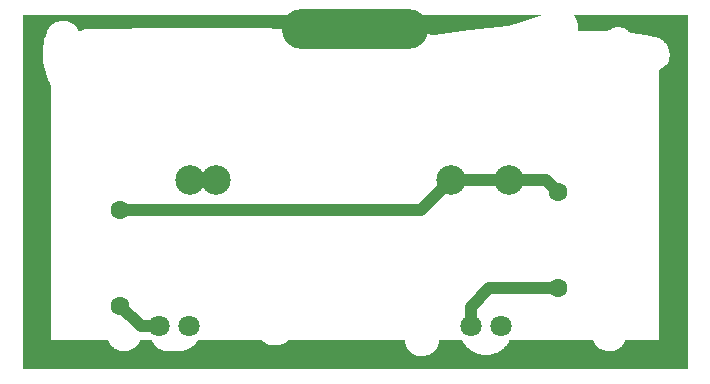
<source format=gbr>
%TF.GenerationSoftware,KiCad,Pcbnew,7.0.9-7.0.9~ubuntu22.04.1*%
%TF.CreationDate,2023-11-20T19:54:57+05:30*%
%TF.ProjectId,MAP4,4d415034-2e6b-4696-9361-645f70636258,1*%
%TF.SameCoordinates,Original*%
%TF.FileFunction,Copper,L1,Top*%
%TF.FilePolarity,Positive*%
%FSLAX46Y46*%
G04 Gerber Fmt 4.6, Leading zero omitted, Abs format (unit mm)*
G04 Created by KiCad (PCBNEW 7.0.9-7.0.9~ubuntu22.04.1) date 2023-11-20 19:54:57*
%MOMM*%
%LPD*%
G01*
G04 APERTURE LIST*
%TA.AperFunction,ComponentPad*%
%ADD10C,1.800000*%
%TD*%
%TA.AperFunction,ComponentPad*%
%ADD11O,12.400000X3.400000*%
%TD*%
%TA.AperFunction,ComponentPad*%
%ADD12C,1.600000*%
%TD*%
%TA.AperFunction,ComponentPad*%
%ADD13C,2.500000*%
%TD*%
%TA.AperFunction,Conductor*%
%ADD14C,1.000000*%
%TD*%
G04 APERTURE END LIST*
D10*
%TO.P,D1,1,A*%
%TO.N,/3V*%
X115970000Y-94400000D03*
%TO.P,D1,2,K*%
%TO.N,/LED_red*%
X113430000Y-94400000D03*
%TD*%
%TO.P,D2,1,A*%
%TO.N,/3V*%
X142320000Y-94400000D03*
%TO.P,D2,2,K*%
%TO.N,/LED_grn*%
X139780000Y-94400000D03*
%TD*%
D11*
%TO.P,P2,1,P1*%
%TO.N,unconnected-(P2-P1-Pad1)*%
X130000000Y-69200000D03*
%TD*%
D12*
%TO.P,R1,1*%
%TO.N,/GND*%
X110100000Y-84536000D03*
%TO.P,R1,2*%
%TO.N,/LED_red*%
X110100000Y-92664000D03*
%TD*%
%TO.P,R2,1*%
%TO.N,/GND*%
X147200000Y-83036000D03*
%TO.P,R2,2*%
%TO.N,/LED_grn*%
X147200000Y-91164000D03*
%TD*%
D13*
%TO.P,BT1,1,+*%
%TO.N,/3V*%
X116000000Y-82000000D03*
X118200000Y-82000000D03*
%TO.P,BT1,2,-*%
%TO.N,/GND*%
X138100000Y-82000000D03*
X143000000Y-82000000D03*
%TD*%
D14*
%TO.N,/GND*%
X138100000Y-82000000D02*
X143000000Y-82000000D01*
X135564000Y-84536000D02*
X138100000Y-82000000D01*
X143000000Y-82000000D02*
X146164000Y-82000000D01*
X110100000Y-84536000D02*
X135564000Y-84536000D01*
X146164000Y-82000000D02*
X147200000Y-83036000D01*
%TO.N,/LED_red*%
X111836000Y-94400000D02*
X110100000Y-92664000D01*
X113430000Y-94400000D02*
X111836000Y-94400000D01*
%TO.N,/LED_grn*%
X139780000Y-92720000D02*
X141336000Y-91164000D01*
X139780000Y-94400000D02*
X139780000Y-92720000D01*
X141336000Y-91164000D02*
X147200000Y-91164000D01*
%TD*%
%TA.AperFunction,NonConductor*%
G36*
X145817265Y-68003368D02*
G01*
X145820633Y-68011500D01*
X145817265Y-68019632D01*
X145812770Y-68022410D01*
X144350000Y-68510000D01*
X142911293Y-68999496D01*
X142908640Y-69000061D01*
X141302611Y-69147520D01*
X139750000Y-69320654D01*
X136691128Y-69709856D01*
X136688868Y-69709920D01*
X135993481Y-69660949D01*
X135985606Y-69657017D01*
X135982817Y-69648669D01*
X135983093Y-69646852D01*
X136020000Y-69490000D01*
X136035000Y-69399337D01*
X136050000Y-69230000D01*
X136050000Y-69092791D01*
X136030000Y-68955581D01*
X136010357Y-68841687D01*
X135980000Y-68727791D01*
X135940000Y-68613896D01*
X135890000Y-68510000D01*
X135800000Y-68350000D01*
X135700000Y-68210000D01*
X135580007Y-68090007D01*
X135580007Y-68090006D01*
X135502276Y-68020048D01*
X135498485Y-68012104D01*
X135501421Y-68003807D01*
X135509365Y-68000016D01*
X135509969Y-68000000D01*
X145809133Y-68000000D01*
X145817265Y-68003368D01*
G37*
%TD.AperFunction*%
%TA.AperFunction,NonConductor*%
G36*
X124498866Y-68003251D02*
G01*
X124502234Y-68011383D01*
X124498866Y-68019515D01*
X124498563Y-68019807D01*
X124450000Y-68064942D01*
X124379993Y-68130006D01*
X124334997Y-68180003D01*
X124307674Y-68218490D01*
X124307303Y-68218959D01*
X124297042Y-68230625D01*
X124280000Y-68250000D01*
X124230000Y-68310000D01*
X124190000Y-68370000D01*
X124189995Y-68370008D01*
X124150000Y-68440000D01*
X124100001Y-68519998D01*
X124100000Y-68520000D01*
X124040000Y-68680000D01*
X124009999Y-68770002D01*
X123980000Y-68910000D01*
X123959999Y-69010001D01*
X123950701Y-69182584D01*
X123946900Y-69190522D01*
X123939028Y-69193463D01*
X122065235Y-69162481D01*
X114735632Y-69141356D01*
X107407840Y-69196709D01*
X107350588Y-69198397D01*
X107294347Y-69202290D01*
X107239125Y-69208332D01*
X107184930Y-69216470D01*
X107131769Y-69226648D01*
X107079653Y-69238812D01*
X107028588Y-69252907D01*
X106978583Y-69268880D01*
X106929647Y-69286674D01*
X106881788Y-69306237D01*
X106835013Y-69327512D01*
X106789332Y-69350446D01*
X106744753Y-69374984D01*
X106701283Y-69401071D01*
X106658932Y-69428653D01*
X106629932Y-69449068D01*
X106621343Y-69450994D01*
X106613908Y-69446284D01*
X106612525Y-69443649D01*
X106604393Y-69421639D01*
X106597490Y-69402953D01*
X106575072Y-69349042D01*
X106550414Y-69296013D01*
X106523476Y-69243935D01*
X106494221Y-69192879D01*
X106462610Y-69142914D01*
X106428605Y-69094111D01*
X106406655Y-69065454D01*
X106392169Y-69046542D01*
X106353261Y-69000275D01*
X106311840Y-68955374D01*
X106267866Y-68911913D01*
X106265743Y-68910000D01*
X106221309Y-68869966D01*
X106172126Y-68829602D01*
X106172125Y-68829601D01*
X106172124Y-68829600D01*
X106120284Y-68790894D01*
X106120283Y-68790893D01*
X106065731Y-68753900D01*
X106008445Y-68718704D01*
X105948618Y-68685609D01*
X105916202Y-68669981D01*
X105886475Y-68655649D01*
X105886476Y-68655649D01*
X105886471Y-68655647D01*
X105822247Y-68628836D01*
X105822245Y-68628835D01*
X105822242Y-68628834D01*
X105756137Y-68605170D01*
X105756138Y-68605170D01*
X105756131Y-68605167D01*
X105756123Y-68605165D01*
X105688332Y-68584648D01*
X105688328Y-68584647D01*
X105688329Y-68584647D01*
X105653706Y-68575968D01*
X105619081Y-68567289D01*
X105584457Y-68560315D01*
X105548585Y-68553091D01*
X105535612Y-68551090D01*
X105477054Y-68542061D01*
X105404702Y-68534202D01*
X105331742Y-68529521D01*
X105258386Y-68528022D01*
X105184848Y-68529711D01*
X105111340Y-68534592D01*
X105038075Y-68542671D01*
X104965265Y-68553952D01*
X104893124Y-68568441D01*
X104821864Y-68586142D01*
X104821861Y-68586143D01*
X104821860Y-68586143D01*
X104785001Y-68597131D01*
X104751698Y-68607061D01*
X104682839Y-68631203D01*
X104682835Y-68631204D01*
X104682831Y-68631206D01*
X104615499Y-68658573D01*
X104549897Y-68689173D01*
X104486243Y-68723009D01*
X104486235Y-68723013D01*
X104486229Y-68723017D01*
X104424725Y-68760101D01*
X104365591Y-68800434D01*
X104309040Y-68844019D01*
X104309033Y-68844024D01*
X104309033Y-68844025D01*
X104255277Y-68890871D01*
X104204545Y-68940966D01*
X104204541Y-68940970D01*
X104157017Y-68994346D01*
X104157011Y-68994353D01*
X104157011Y-68994354D01*
X104112929Y-69050993D01*
X104072488Y-69110921D01*
X104072487Y-69110923D01*
X104035905Y-69174134D01*
X104003396Y-69240634D01*
X103934759Y-69407899D01*
X103876972Y-69548721D01*
X103876971Y-69548721D01*
X103876969Y-69548728D01*
X103790997Y-69801978D01*
X103771737Y-69858712D01*
X103687257Y-70169972D01*
X103623069Y-70481939D01*
X103605322Y-70606832D01*
X103578723Y-70794018D01*
X103553766Y-71105626D01*
X103547746Y-71416172D01*
X103560128Y-71723042D01*
X103560210Y-71725060D01*
X103560209Y-71725059D01*
X103560210Y-71725067D01*
X103590706Y-72031722D01*
X103638782Y-72335550D01*
X103703985Y-72635961D01*
X103703987Y-72635971D01*
X103703988Y-72635972D01*
X103703988Y-72635971D01*
X103785864Y-72932370D01*
X103785864Y-72932369D01*
X103819711Y-73033050D01*
X103883965Y-73224181D01*
X103997836Y-73510813D01*
X104127025Y-73791675D01*
X104127028Y-73791680D01*
X104127027Y-73791680D01*
X104269763Y-74063669D01*
X104271080Y-74069013D01*
X104271080Y-95590446D01*
X109108929Y-95590446D01*
X109117061Y-95593814D01*
X109119353Y-95597089D01*
X109138282Y-95637712D01*
X109161080Y-95686638D01*
X109211352Y-95779149D01*
X109211355Y-95779153D01*
X109211354Y-95779153D01*
X109228021Y-95805662D01*
X109266983Y-95867632D01*
X109318104Y-95938228D01*
X109327890Y-95951741D01*
X109393973Y-96031116D01*
X109465155Y-96105423D01*
X109541340Y-96174304D01*
X109622443Y-96237415D01*
X109622444Y-96237416D01*
X109708373Y-96294405D01*
X109708373Y-96294404D01*
X109718547Y-96300073D01*
X109799038Y-96344925D01*
X109811926Y-96350834D01*
X109894362Y-96388632D01*
X109994245Y-96425173D01*
X110098602Y-96454200D01*
X110207343Y-96475365D01*
X110207347Y-96475365D01*
X110207347Y-96475366D01*
X110252988Y-96481500D01*
X110263330Y-96482890D01*
X110320380Y-96488320D01*
X110378482Y-96491609D01*
X110437625Y-96492715D01*
X110489333Y-96491718D01*
X110541238Y-96488537D01*
X110562082Y-96486404D01*
X110593265Y-96483213D01*
X110645334Y-96475789D01*
X110697373Y-96466310D01*
X110749306Y-96454818D01*
X110801056Y-96441356D01*
X110852547Y-96425967D01*
X110903705Y-96408694D01*
X110954452Y-96389580D01*
X111004714Y-96368669D01*
X111054414Y-96346002D01*
X111103477Y-96321624D01*
X111151825Y-96295579D01*
X111153771Y-96294404D01*
X111225271Y-96251220D01*
X111246080Y-96238652D01*
X111246081Y-96238651D01*
X111246083Y-96238650D01*
X111291839Y-96207855D01*
X111336578Y-96175564D01*
X111380225Y-96141819D01*
X111422705Y-96106664D01*
X111463940Y-96070141D01*
X111503856Y-96032294D01*
X111542377Y-95993165D01*
X111579427Y-95952798D01*
X111614930Y-95911236D01*
X111648810Y-95868521D01*
X111680992Y-95824697D01*
X111711400Y-95779807D01*
X111739957Y-95733894D01*
X111766589Y-95687001D01*
X111791219Y-95639170D01*
X111810685Y-95597114D01*
X111817157Y-95591151D01*
X111821121Y-95590446D01*
X112800762Y-95590446D01*
X112808894Y-95593814D01*
X112811144Y-95597001D01*
X112829706Y-95635970D01*
X112851928Y-95681469D01*
X112874808Y-95726931D01*
X112898460Y-95772346D01*
X112931205Y-95829149D01*
X112931205Y-95829148D01*
X112968673Y-95885388D01*
X112991500Y-95915621D01*
X113010480Y-95940759D01*
X113010480Y-95940760D01*
X113056255Y-95994983D01*
X113068401Y-96007968D01*
X113105588Y-96047726D01*
X113137186Y-96078396D01*
X113158121Y-96098717D01*
X113174753Y-96113422D01*
X113213451Y-96147638D01*
X113213457Y-96147643D01*
X113213464Y-96147649D01*
X113213463Y-96147648D01*
X113271213Y-96194206D01*
X113331009Y-96238108D01*
X113331010Y-96238108D01*
X113385563Y-96274454D01*
X113392453Y-96279044D01*
X113455165Y-96316718D01*
X113455165Y-96316717D01*
X113455166Y-96316718D01*
X113507756Y-96344926D01*
X113518771Y-96350834D01*
X113582875Y-96381088D01*
X113647101Y-96407182D01*
X113647102Y-96407183D01*
X113711073Y-96428820D01*
X113754769Y-96440464D01*
X113774376Y-96445689D01*
X113820847Y-96455625D01*
X113866820Y-96464153D01*
X113912326Y-96471295D01*
X113957397Y-96477070D01*
X114002063Y-96481500D01*
X114046356Y-96484605D01*
X114090307Y-96486404D01*
X114133947Y-96486919D01*
X114177307Y-96486170D01*
X114220419Y-96484177D01*
X114263314Y-96480960D01*
X114306023Y-96476541D01*
X114348577Y-96470938D01*
X114391007Y-96464174D01*
X114433345Y-96456268D01*
X114473321Y-96447730D01*
X114477926Y-96447690D01*
X114574269Y-96466493D01*
X114574279Y-96466494D01*
X114574287Y-96466496D01*
X114616855Y-96472775D01*
X114673962Y-96481199D01*
X114673963Y-96481199D01*
X114774416Y-96491307D01*
X114875499Y-96496786D01*
X114976004Y-96497585D01*
X114976921Y-96497593D01*
X114976921Y-96497592D01*
X114976922Y-96497593D01*
X114982878Y-96497364D01*
X115078534Y-96493694D01*
X115143159Y-96488193D01*
X115180113Y-96485048D01*
X115180112Y-96485048D01*
X115281447Y-96471617D01*
X115382339Y-96453362D01*
X115382340Y-96453362D01*
X115482559Y-96430249D01*
X115581930Y-96402230D01*
X115581929Y-96402230D01*
X115680211Y-96369278D01*
X115764605Y-96336279D01*
X115777216Y-96331348D01*
X115809757Y-96316717D01*
X115872735Y-96288401D01*
X115966555Y-96240401D01*
X116058470Y-96187309D01*
X116106860Y-96156740D01*
X116153896Y-96125148D01*
X116199584Y-96092561D01*
X116243933Y-96059005D01*
X116286951Y-96024506D01*
X116328644Y-95989091D01*
X116369021Y-95952787D01*
X116408090Y-95915621D01*
X116445857Y-95877619D01*
X116482332Y-95838807D01*
X116517521Y-95799214D01*
X116551433Y-95758865D01*
X116584074Y-95717787D01*
X116615454Y-95676006D01*
X116645578Y-95633551D01*
X116671040Y-95595545D01*
X116678364Y-95590664D01*
X116680594Y-95590446D01*
X122146000Y-95590446D01*
X122153941Y-95593628D01*
X122206973Y-95644251D01*
X122206978Y-95644255D01*
X122206982Y-95644259D01*
X122220903Y-95656107D01*
X122265630Y-95694175D01*
X122265629Y-95694174D01*
X122265633Y-95694177D01*
X122326403Y-95740244D01*
X122389133Y-95782501D01*
X122389138Y-95782504D01*
X122389141Y-95782506D01*
X122453667Y-95820991D01*
X122519829Y-95855748D01*
X122519833Y-95855750D01*
X122519841Y-95855754D01*
X122547633Y-95868521D01*
X122587491Y-95886831D01*
X122587499Y-95886834D01*
X122587503Y-95886836D01*
X122602123Y-95892651D01*
X122656487Y-95914274D01*
X122726643Y-95938116D01*
X122726650Y-95938118D01*
X122726653Y-95938119D01*
X122797824Y-95958404D01*
X122829702Y-95965827D01*
X122869846Y-95975176D01*
X122869847Y-95975176D01*
X122942563Y-95988476D01*
X122942562Y-95988475D01*
X122942567Y-95988476D01*
X123015823Y-95998347D01*
X123077873Y-96003810D01*
X123089456Y-96004830D01*
X123089457Y-96004830D01*
X123163312Y-96007968D01*
X123237230Y-96007803D01*
X123311052Y-96004378D01*
X123384619Y-95997734D01*
X123457775Y-95987914D01*
X123530359Y-95974961D01*
X123602216Y-95958915D01*
X123673186Y-95939820D01*
X123743110Y-95917718D01*
X123811832Y-95892651D01*
X123879193Y-95864662D01*
X123945034Y-95833792D01*
X123969402Y-95820990D01*
X124009194Y-95800085D01*
X124071527Y-95763578D01*
X124113953Y-95735972D01*
X124131849Y-95724328D01*
X124190039Y-95682352D01*
X124227400Y-95652502D01*
X124245899Y-95637722D01*
X124245899Y-95637723D01*
X124245906Y-95637716D01*
X124245912Y-95637712D01*
X124296050Y-95593335D01*
X124303672Y-95590446D01*
X134202358Y-95590446D01*
X134210490Y-95593814D01*
X134213753Y-95600400D01*
X134227238Y-95699853D01*
X134248544Y-95807263D01*
X134248545Y-95807267D01*
X134276359Y-95912267D01*
X134289984Y-95952787D01*
X134310720Y-96014455D01*
X134329550Y-96059966D01*
X134351666Y-96113420D01*
X134399234Y-96208762D01*
X134425513Y-96254946D01*
X134453462Y-96300073D01*
X134483086Y-96344090D01*
X134514389Y-96386947D01*
X134547376Y-96428594D01*
X134582052Y-96468980D01*
X134618421Y-96508053D01*
X134656488Y-96545765D01*
X134696259Y-96582063D01*
X134737737Y-96616897D01*
X134780927Y-96650217D01*
X134825835Y-96681971D01*
X134872465Y-96712109D01*
X134920821Y-96740581D01*
X134970909Y-96767335D01*
X135022733Y-96792321D01*
X135076297Y-96815488D01*
X135131608Y-96836786D01*
X135188668Y-96856164D01*
X135247484Y-96873571D01*
X135297965Y-96885808D01*
X135313902Y-96889672D01*
X135313905Y-96889672D01*
X135313911Y-96889674D01*
X135381755Y-96902181D01*
X135381766Y-96902183D01*
X135421316Y-96907314D01*
X135450810Y-96911141D01*
X135450818Y-96911141D01*
X135450821Y-96911142D01*
X135520869Y-96916603D01*
X135525038Y-96916721D01*
X135591727Y-96918616D01*
X135591736Y-96918615D01*
X135591743Y-96918616D01*
X135663184Y-96917230D01*
X135663183Y-96917230D01*
X135734987Y-96912495D01*
X135734986Y-96912495D01*
X135734996Y-96912493D01*
X135735009Y-96912493D01*
X135807021Y-96904454D01*
X135879005Y-96893164D01*
X135950755Y-96878670D01*
X136022064Y-96861022D01*
X136092725Y-96840269D01*
X136162532Y-96816460D01*
X136231279Y-96789644D01*
X136298760Y-96759872D01*
X136364766Y-96727190D01*
X136413659Y-96700177D01*
X136429102Y-96691645D01*
X136491542Y-96653293D01*
X136536911Y-96622385D01*
X136551882Y-96612186D01*
X136609931Y-96568363D01*
X136665474Y-96521876D01*
X136665479Y-96521872D01*
X136665479Y-96521871D01*
X136680347Y-96508053D01*
X136718305Y-96472775D01*
X136721972Y-96468980D01*
X136732602Y-96457976D01*
X136768218Y-96421111D01*
X136784522Y-96402230D01*
X136815005Y-96366931D01*
X136815004Y-96366931D01*
X136815005Y-96366930D01*
X136858461Y-96310283D01*
X136898378Y-96251220D01*
X136934552Y-96189788D01*
X136966774Y-96126037D01*
X136968412Y-96122185D01*
X136994838Y-96060016D01*
X137018539Y-95991777D01*
X137018539Y-95991778D01*
X137037670Y-95921358D01*
X137052023Y-95848827D01*
X137057572Y-95816295D01*
X137063626Y-95783895D01*
X137076754Y-95719363D01*
X137090437Y-95654967D01*
X137101812Y-95599631D01*
X137106748Y-95592344D01*
X137113076Y-95590446D01*
X139068010Y-95590446D01*
X139076142Y-95593814D01*
X139078320Y-95596852D01*
X139095120Y-95630857D01*
X139106418Y-95652499D01*
X139116004Y-95670861D01*
X139137812Y-95710445D01*
X139160545Y-95749592D01*
X139184207Y-95788287D01*
X139208801Y-95826514D01*
X139234330Y-95864257D01*
X139260797Y-95901500D01*
X139288205Y-95938228D01*
X139316556Y-95974424D01*
X139345854Y-96010073D01*
X139376103Y-96045159D01*
X139407304Y-96079666D01*
X139439461Y-96113579D01*
X139472577Y-96146881D01*
X139506655Y-96179557D01*
X139530664Y-96201607D01*
X139554991Y-96223100D01*
X139579624Y-96244043D01*
X139604555Y-96264445D01*
X139629775Y-96284314D01*
X139655276Y-96303657D01*
X139707080Y-96340801D01*
X139759895Y-96375940D01*
X139813648Y-96409139D01*
X139868268Y-96440464D01*
X139921807Y-96468980D01*
X139923441Y-96469850D01*
X139923901Y-96470123D01*
X139965608Y-96497593D01*
X139987741Y-96512171D01*
X140053512Y-96552045D01*
X140120974Y-96589504D01*
X140190101Y-96624450D01*
X140260873Y-96656785D01*
X140296868Y-96671942D01*
X140333265Y-96686410D01*
X140370062Y-96700177D01*
X140407255Y-96713230D01*
X140444842Y-96725557D01*
X140482820Y-96737146D01*
X140556864Y-96757272D01*
X140631483Y-96774491D01*
X140631495Y-96774493D01*
X140631494Y-96774493D01*
X140685686Y-96783789D01*
X140782111Y-96800332D01*
X140782113Y-96800332D01*
X140782118Y-96800333D01*
X140863009Y-96808097D01*
X140934024Y-96814915D01*
X141025536Y-96817056D01*
X141086542Y-96818484D01*
X141086542Y-96818483D01*
X141086544Y-96818484D01*
X141106623Y-96817536D01*
X141238983Y-96811288D01*
X141390677Y-96793569D01*
X141390677Y-96793568D01*
X141390685Y-96793568D01*
X141540948Y-96765572D01*
X141689100Y-96727546D01*
X141834462Y-96679736D01*
X141834467Y-96679734D01*
X141834468Y-96679734D01*
X141971244Y-96624450D01*
X141976353Y-96622385D01*
X142114096Y-96555741D01*
X142173569Y-96521872D01*
X142247003Y-96480053D01*
X142247002Y-96480053D01*
X142248010Y-96479385D01*
X142374416Y-96395553D01*
X142438967Y-96346002D01*
X142495630Y-96302506D01*
X142504772Y-96294403D01*
X142602409Y-96207855D01*
X142609987Y-96201138D01*
X142609988Y-96201138D01*
X142716797Y-96091705D01*
X142768512Y-96032428D01*
X142817547Y-95972076D01*
X142863923Y-95910706D01*
X142907667Y-95848370D01*
X142948804Y-95785124D01*
X142987359Y-95721017D01*
X143023358Y-95656107D01*
X143023939Y-95654967D01*
X143053626Y-95596723D01*
X143060320Y-95591008D01*
X143063872Y-95590446D01*
X150149764Y-95590446D01*
X150157896Y-95593814D01*
X150160507Y-95597844D01*
X150174141Y-95633551D01*
X150181378Y-95652502D01*
X150189694Y-95670861D01*
X150208645Y-95712701D01*
X150208645Y-95712700D01*
X150239324Y-95770991D01*
X150239329Y-95771000D01*
X150239331Y-95771003D01*
X150273261Y-95827335D01*
X150310309Y-95881702D01*
X150310310Y-95881702D01*
X150350297Y-95934025D01*
X150393076Y-95984275D01*
X150393075Y-95984275D01*
X150437270Y-96031116D01*
X150438502Y-96032421D01*
X150486405Y-96078403D01*
X150536635Y-96122184D01*
X150582323Y-96156740D01*
X150641021Y-96201137D01*
X150643452Y-96202975D01*
X150757710Y-96274453D01*
X150757712Y-96274454D01*
X150757711Y-96274454D01*
X150878168Y-96336280D01*
X151003572Y-96388111D01*
X151132693Y-96429613D01*
X151264274Y-96460439D01*
X151264275Y-96460439D01*
X151264284Y-96460441D01*
X151397096Y-96480256D01*
X151529889Y-96488719D01*
X151529889Y-96488718D01*
X151529890Y-96488719D01*
X151661413Y-96485490D01*
X151661413Y-96485489D01*
X151661419Y-96485489D01*
X151685611Y-96483213D01*
X151726310Y-96479385D01*
X151726309Y-96479385D01*
X151746222Y-96476541D01*
X151790442Y-96470226D01*
X151824051Y-96463709D01*
X151853621Y-96457977D01*
X151915715Y-96442591D01*
X152003202Y-96415756D01*
X152003201Y-96415756D01*
X152077315Y-96388112D01*
X152086704Y-96384610D01*
X152094645Y-96381088D01*
X152166276Y-96349314D01*
X152166277Y-96349314D01*
X152241933Y-96310040D01*
X152241934Y-96310040D01*
X152313698Y-96266957D01*
X152381590Y-96220239D01*
X152405367Y-96201607D01*
X152445635Y-96170053D01*
X152505854Y-96116570D01*
X152562269Y-96059961D01*
X152614902Y-96000399D01*
X152663773Y-95938056D01*
X152663774Y-95938053D01*
X152663783Y-95938043D01*
X152708927Y-95873075D01*
X152750359Y-95805661D01*
X152788101Y-95735972D01*
X152799146Y-95712701D01*
X152822173Y-95664186D01*
X152830401Y-95644251D01*
X152849674Y-95597557D01*
X152855890Y-95591327D01*
X152860304Y-95590446D01*
X155728917Y-95590446D01*
X155728918Y-95590446D01*
X155728918Y-72730805D01*
X155732286Y-72722673D01*
X155733366Y-72721721D01*
X155960136Y-72545691D01*
X156075144Y-72456020D01*
X156187807Y-72366024D01*
X156222097Y-72335550D01*
X156263397Y-72298845D01*
X156263398Y-72298845D01*
X156331362Y-72227100D01*
X156391836Y-72151197D01*
X156444973Y-72071520D01*
X156490911Y-71988477D01*
X156529804Y-71902445D01*
X156561788Y-71813838D01*
X156586451Y-71725060D01*
X156587012Y-71723042D01*
X156587012Y-71723041D01*
X156605620Y-71630452D01*
X156617758Y-71536467D01*
X156617759Y-71536463D01*
X156617759Y-71536462D01*
X156623569Y-71441477D01*
X156623569Y-71441476D01*
X156623199Y-71345894D01*
X156623199Y-71345893D01*
X156616794Y-71250102D01*
X156616793Y-71250099D01*
X156616793Y-71250089D01*
X156604495Y-71154473D01*
X156586450Y-71059439D01*
X156562804Y-70965382D01*
X156533701Y-70872697D01*
X156518204Y-70831760D01*
X156499289Y-70781789D01*
X156499288Y-70781788D01*
X156499285Y-70781780D01*
X156459703Y-70693027D01*
X156415098Y-70606834D01*
X156415099Y-70606834D01*
X156365615Y-70523591D01*
X156311403Y-70443706D01*
X156311404Y-70443706D01*
X156252598Y-70367558D01*
X156252596Y-70367555D01*
X156189350Y-70295550D01*
X156121805Y-70228082D01*
X156050108Y-70165546D01*
X155974402Y-70108336D01*
X155894832Y-70056850D01*
X155894830Y-70056849D01*
X155894831Y-70056849D01*
X155862660Y-70039326D01*
X155811544Y-70011483D01*
X155724682Y-69972629D01*
X155665306Y-69951622D01*
X155634399Y-69940687D01*
X155634396Y-69940686D01*
X155634390Y-69940684D01*
X155540815Y-69916045D01*
X155540811Y-69916044D01*
X155540803Y-69916042D01*
X155263745Y-69857250D01*
X154986587Y-69801978D01*
X154709343Y-69750168D01*
X154432013Y-69701758D01*
X154154596Y-69656686D01*
X153877093Y-69614889D01*
X153599504Y-69576305D01*
X153325638Y-69541358D01*
X153319076Y-69538195D01*
X153225874Y-69447551D01*
X153123233Y-69363495D01*
X153123234Y-69363495D01*
X153074041Y-69329812D01*
X153014592Y-69289106D01*
X153014588Y-69289103D01*
X152900671Y-69224808D01*
X152900662Y-69224804D01*
X152900663Y-69224804D01*
X152900657Y-69224801D01*
X152782123Y-69170988D01*
X152721349Y-69148145D01*
X152721339Y-69148141D01*
X152659690Y-69128080D01*
X152659687Y-69128079D01*
X152639725Y-69122570D01*
X152597226Y-69110841D01*
X152597227Y-69110841D01*
X152534068Y-69096487D01*
X152534051Y-69096484D01*
X152534047Y-69096483D01*
X152505900Y-69091442D01*
X152470245Y-69085056D01*
X152405899Y-69076611D01*
X152397799Y-69075934D01*
X152341110Y-69071200D01*
X152275946Y-69068873D01*
X152275943Y-69068873D01*
X152275942Y-69068873D01*
X152243222Y-69069278D01*
X152210499Y-69069683D01*
X152166749Y-69072347D01*
X152144873Y-69073680D01*
X152079139Y-69080916D01*
X152079134Y-69080916D01*
X152079123Y-69080918D01*
X152013393Y-69091442D01*
X151947714Y-69105308D01*
X151926400Y-69110923D01*
X151882186Y-69122570D01*
X151882177Y-69122573D01*
X151816913Y-69143273D01*
X151751966Y-69167473D01*
X151751965Y-69167473D01*
X151687435Y-69195220D01*
X151623425Y-69226560D01*
X151623426Y-69226560D01*
X151623418Y-69226564D01*
X151559992Y-69261557D01*
X151497247Y-69300251D01*
X151435269Y-69342697D01*
X151435254Y-69342707D01*
X151435253Y-69342709D01*
X151377392Y-69386489D01*
X151370079Y-69388812D01*
X151057788Y-69378647D01*
X150741344Y-69372400D01*
X150424817Y-69370250D01*
X150108207Y-69372243D01*
X149791515Y-69378423D01*
X149474744Y-69388834D01*
X149157894Y-69403523D01*
X148855866Y-69421639D01*
X148847547Y-69418764D01*
X148843698Y-69410849D01*
X148843900Y-69407902D01*
X148859560Y-69329812D01*
X148862735Y-69306237D01*
X148872188Y-69236032D01*
X148878964Y-69141548D01*
X148878964Y-69141549D01*
X148880007Y-69046655D01*
X148875433Y-68951737D01*
X148865354Y-68857086D01*
X148865354Y-68857085D01*
X148849890Y-68763051D01*
X148833433Y-68689176D01*
X148829158Y-68669984D01*
X148805512Y-68586143D01*
X148803270Y-68578194D01*
X148772344Y-68488031D01*
X148736498Y-68399828D01*
X148736498Y-68399829D01*
X148695847Y-68313918D01*
X148650505Y-68230632D01*
X148643251Y-68218959D01*
X148600595Y-68150317D01*
X148546220Y-68073285D01*
X148502448Y-68018567D01*
X148499998Y-68010113D01*
X148504244Y-68002403D01*
X148511428Y-67999883D01*
X158126575Y-67999883D01*
X158134707Y-68003251D01*
X158138075Y-68011383D01*
X158138075Y-97988618D01*
X158134707Y-97996750D01*
X158126575Y-98000118D01*
X101873425Y-98000118D01*
X101865293Y-97996750D01*
X101861925Y-97988618D01*
X101861925Y-68011383D01*
X101865293Y-68003251D01*
X101873425Y-67999883D01*
X124490734Y-67999883D01*
X124498866Y-68003251D01*
G37*
%TD.AperFunction*%
M02*

</source>
